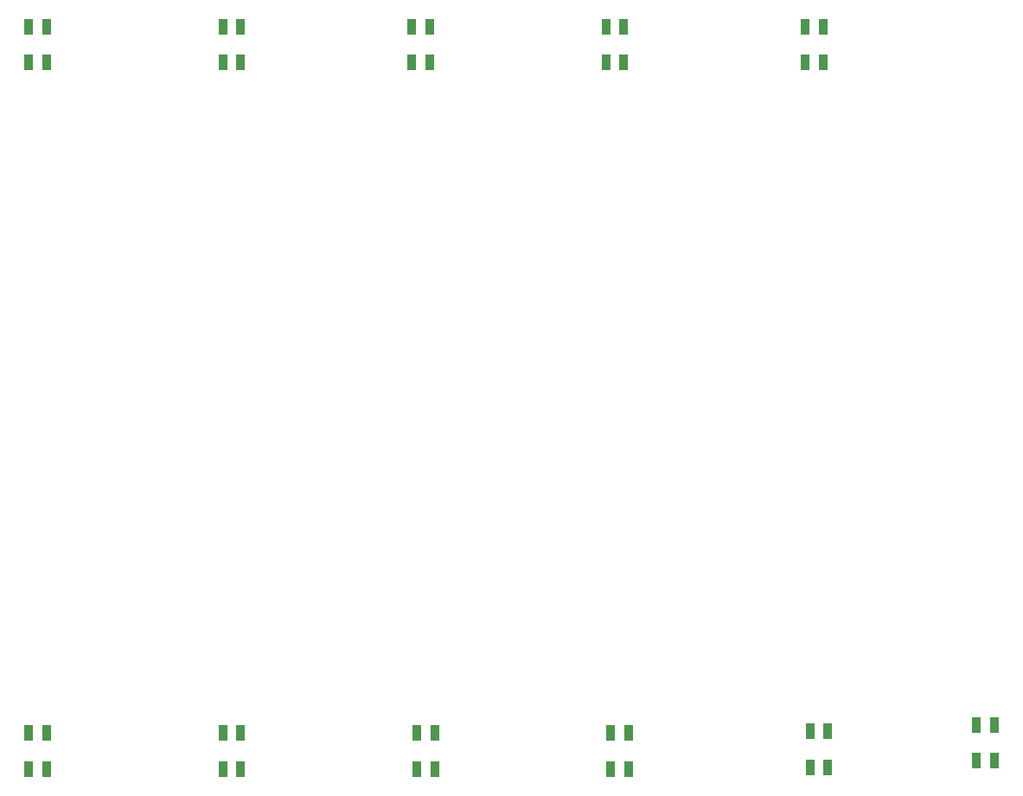
<source format=gbr>
G04 #@! TF.GenerationSoftware,KiCad,Pcbnew,5.1.2-f72e74a~84~ubuntu18.04.1*
G04 #@! TF.CreationDate,2019-06-28T13:57:40+02:00*
G04 #@! TF.ProjectId,shoulder_complex_control,73686f75-6c64-4657-925f-636f6d706c65,rev?*
G04 #@! TF.SameCoordinates,Original*
G04 #@! TF.FileFunction,Paste,Top*
G04 #@! TF.FilePolarity,Positive*
%FSLAX46Y46*%
G04 Gerber Fmt 4.6, Leading zero omitted, Abs format (unit mm)*
G04 Created by KiCad (PCBNEW 5.1.2-f72e74a~84~ubuntu18.04.1) date 2019-06-28 13:57:40*
%MOMM*%
%LPD*%
G04 APERTURE LIST*
%ADD10R,0.850000X1.600000*%
G04 APERTURE END LIST*
D10*
X110375000Y-54750000D03*
X108625000Y-54750000D03*
X110375000Y-58250000D03*
X108625000Y-58250000D03*
X127625000Y-58250000D03*
X129375000Y-58250000D03*
X127625000Y-54750000D03*
X129375000Y-54750000D03*
X147875000Y-54750000D03*
X146125000Y-54750000D03*
X147875000Y-58250000D03*
X146125000Y-58250000D03*
X165125000Y-58250000D03*
X166875000Y-58250000D03*
X165125000Y-54750000D03*
X166875000Y-54750000D03*
X186375000Y-54750000D03*
X184625000Y-54750000D03*
X186375000Y-58250000D03*
X184625000Y-58250000D03*
X110375000Y-123851200D03*
X108625000Y-123851200D03*
X110375000Y-127351200D03*
X108625000Y-127351200D03*
X129375000Y-123851200D03*
X127625000Y-123851200D03*
X129375000Y-127351200D03*
X127625000Y-127351200D03*
X146625000Y-127351200D03*
X148375000Y-127351200D03*
X146625000Y-123851200D03*
X148375000Y-123851200D03*
X167375000Y-123851200D03*
X165625000Y-123851200D03*
X167375000Y-127351200D03*
X165625000Y-127351200D03*
X185125000Y-127195801D03*
X186875000Y-127195801D03*
X185125000Y-123695801D03*
X186875000Y-123695801D03*
X201425000Y-126550000D03*
X203175000Y-126550000D03*
X201425000Y-123050000D03*
X203175000Y-123050000D03*
M02*

</source>
